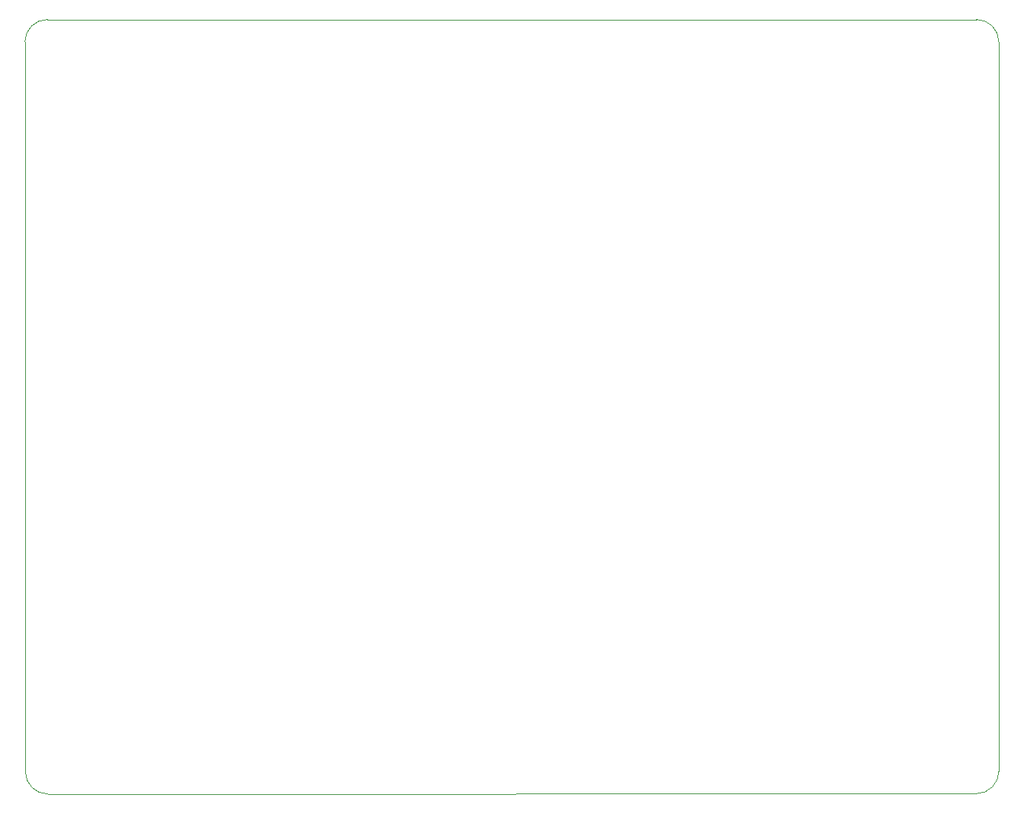
<source format=gbr>
G04 #@! TF.GenerationSoftware,KiCad,Pcbnew,5.1.10-88a1d61d58~88~ubuntu18.04.1*
G04 #@! TF.CreationDate,2021-10-06T13:15:52-05:00*
G04 #@! TF.ProjectId,keyboard,6b657962-6f61-4726-942e-6b696361645f,rev?*
G04 #@! TF.SameCoordinates,Original*
G04 #@! TF.FileFunction,Profile,NP*
%FSLAX46Y46*%
G04 Gerber Fmt 4.6, Leading zero omitted, Abs format (unit mm)*
G04 Created by KiCad (PCBNEW 5.1.10-88a1d61d58~88~ubuntu18.04.1) date 2021-10-06 13:15:52*
%MOMM*%
%LPD*%
G01*
G04 APERTURE LIST*
G04 #@! TA.AperFunction,Profile*
%ADD10C,0.120000*%
G04 #@! TD*
G04 APERTURE END LIST*
D10*
X1950000Y2900000D02*
G75*
G02*
X4450000Y5400000I2500000J0D01*
G01*
X110100000Y-78100000D02*
G75*
G02*
X107600000Y-80600000I-2500000J0D01*
G01*
X107600000Y5400000D02*
G75*
G02*
X110100000Y2900000I0J-2500000D01*
G01*
X4500000Y-80650000D02*
G75*
G02*
X2000000Y-78150000I0J2500000D01*
G01*
X4450000Y5400000D02*
X107600000Y5400000D01*
X110100000Y2900000D02*
X110100000Y-78100000D01*
X107600000Y-80600000D02*
X4500000Y-80650000D01*
X2000000Y-78150000D02*
X1950000Y2900000D01*
M02*

</source>
